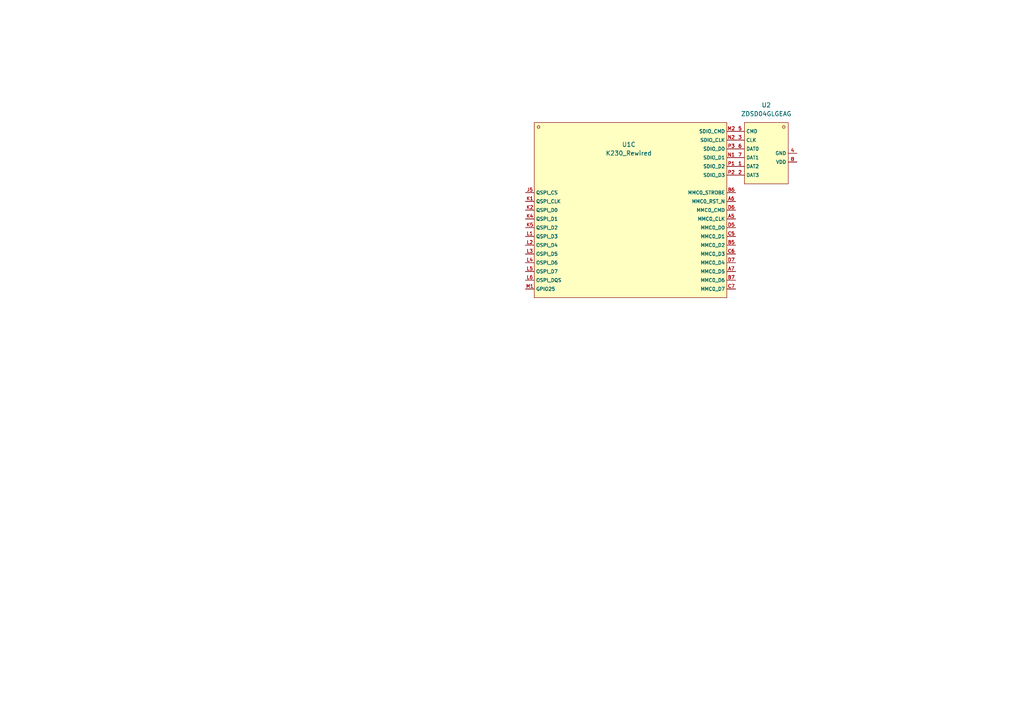
<source format=kicad_sch>
(kicad_sch (version 20250114) (generator "eeschema") (generator_version "9.0")
  (paper "A4")
  (lib_symbols
    (symbol "LCSC:K230_Rewired"
      (symbol "K230_Rewired_1_1"
        (rectangle (start -27.9401 63.5001) (end 27.9401 -63.5001) (fill (type background)))
        (circle (center -26.6701 62.2301) (radius 0.381) (fill (type background)))
        (pin unspecified line (at -30.48 59.69 0) (length 2.54) (name "USB0_TXRTUNE") (number "D4"))
        (pin unspecified line (at -30.48 57.15 0) (length 2.54) (name "USB0_VBUS") (number "C3"))
        (pin unspecified line (at -30.48 54.61 0) (length 2.54) (name "USB0_DP") (number "A2"))
        (pin unspecified line (at -30.48 52.07 0) (length 2.54) (name "USB0_DN") (number "B2"))
        (pin unspecified line (at -30.48 49.53 0) (length 2.54) (name "USB0_ID") (number "D3"))
        (pin unspecified line (at -30.48 44.45 0) (length 2.54) (name "USB1_TXRTUNE") (number "C4"))
        (pin unspecified line (at -30.48 41.91 0) (length 2.54) (name "USB1_VBUS") (number "A3"))
        (pin unspecified line (at -30.48 39.37 0) (length 2.54) (name "USB1_DP") (number "B4"))
        (pin unspecified line (at -30.48 36.83 0) (length 2.54) (name "USB1_DN") (number "A4"))
        (pin unspecified line (at -30.48 34.29 0) (length 2.54) (name "USB1_ID") (number "B3"))
        (pin unspecified line (at -30.48 25.4 0) (length 2.54) (name "CLK24M_XIN") (number "B8"))
        (pin unspecified line (at -30.48 22.86 0) (length 2.54) (name "CLK24M_XOUT") (number "A8"))
        (pin unspecified line (at -30.48 17.78 0) (length 2.54) (name "TEST_EN") (number "A9"))
        (pin unspecified line (at -30.48 -7.62 0) (length 2.54) (name "RSTN") (number "B9"))
        (pin unspecified line (at -30.48 -30.48 0) (length 2.54) (name "CLK32K768_XOUT") (number "A12"))
        (pin unspecified line (at -30.48 -33.02 0) (length 2.54) (name "CLK32K768_XIN") (number "B12"))
        (pin unspecified line (at -30.48 -38.1 0) (length 2.54) (name "INT0") (number "C10"))
        (pin unspecified line (at -30.48 -40.64 0) (length 2.54) (name "INT1") (number "B10"))
        (pin unspecified line (at -30.48 -43.18 0) (length 2.54) (name "INT2") (number "A10"))
        (pin unspecified line (at -30.48 -45.72 0) (length 2.54) (name "INT3") (number "A11"))
        (pin unspecified line (at -30.48 -48.26 0) (length 2.54) (name "INT4") (number "C12"))
        (pin unspecified line (at -30.48 -50.8 0) (length 2.54) (name "INT5") (number "D12"))
        (pin unspecified line (at -30.48 -54.61 0) (length 2.54) (name "OUT0") (number "B11"))
        (pin unspecified line (at -30.48 -57.15 0) (length 2.54) (name "OUT1") (number "C11"))
        (pin unspecified line (at 30.48 29.21 180) (length 2.54) (name "HPOUTR") (number "G2"))
        (pin unspecified line (at 30.48 26.67 180) (length 2.54) (name "HPOUTL") (number "G1"))
        (pin unspecified line (at 30.48 20.32 180) (length 2.54) (name "MIC_BIAS") (number "E3"))
        (pin unspecified line (at 30.48 17.78 180) (length 2.54) (name "MICNL") (number "E2"))
        (pin unspecified line (at 30.48 15.24 180) (length 2.54) (name "MICPL") (number "E1"))
        (pin unspecified line (at 30.48 10.16 180) (length 2.54) (name "CODEC_VCM") (number "F3"))
        (pin unspecified line (at 30.48 7.62 180) (length 2.54) (name "MICNR") (number "F2"))
        (pin unspecified line (at 30.48 5.08 180) (length 2.54) (name "MICPR") (number "F1"))
        (pin unspecified line (at 30.48 -17.78 180) (length 2.54) (name "ANA_TS_VTEST") (number "D8"))
        (pin unspecified line (at 30.48 -58.42 180) (length 2.54) (name "NC") (number "A20"))
      )
      (symbol "K230_Rewired_2_1"
        (rectangle (start -26.6701 64.7701) (end 26.6701 -64.7701) (fill (type background)))
        (circle (center -25.4001 63.5001) (radius 0.381) (fill (type background)))
        (pin unspecified line (at -29.21 62.23 0) (length 2.54) (name "GPIO0") (number "C8"))
        (pin unspecified line (at -29.21 59.69 0) (length 2.54) (name "GPIO1") (number "C9"))
        (pin unspecified line (at -29.21 57.15 0) (length 2.54) (name "GPIO2") (number "W15"))
        (pin unspecified line (at -29.21 54.61 0) (length 2.54) (name "GPIO3") (number "V15"))
        (pin unspecified line (at -29.21 52.07 0) (length 2.54) (name "GPIO4") (number "Y15"))
        (pin unspecified line (at -29.21 49.53 0) (length 2.54) (name "GPIO5") (number "U14"))
        (pin unspecified line (at -29.21 46.99 0) (length 2.54) (name "GPIO6") (number "V14"))
        (pin unspecified line (at -29.21 44.45 0) (length 2.54) (name "GPIO7") (number "W14"))
        (pin unspecified line (at -29.21 41.91 0) (length 2.54) (name "GPIO8") (number "U12"))
        (pin unspecified line (at -29.21 39.37 0) (length 2.54) (name "GPIO9") (number "T13"))
        (pin unspecified line (at -29.21 36.83 0) (length 2.54) (name "GPIO10") (number "U13"))
        (pin unspecified line (at -29.21 34.29 0) (length 2.54) (name "GPIO11") (number "Y14"))
        (pin unspecified line (at -29.21 31.75 0) (length 2.54) (name "GPIO12") (number "V13"))
        (pin unspecified line (at -29.21 29.21 0) (length 2.54) (name "GPIO13") (number "T12"))
        (pin unspecified line (at -29.21 -8.89 0) (length 2.54) (name "GPIO26") (number "U11"))
        (pin unspecified line (at -29.21 -11.43 0) (length 2.54) (name "GPIO27") (number "W13"))
        (pin unspecified line (at -29.21 -13.97 0) (length 2.54) (name "GPIO28") (number "V12"))
        (pin unspecified line (at -29.21 -16.51 0) (length 2.54) (name "GPIO29") (number "V11"))
        (pin unspecified line (at -29.21 -19.05 0) (length 2.54) (name "GPIO30") (number "V10"))
        (pin unspecified line (at -29.21 -21.59 0) (length 2.54) (name "GPIO31") (number "V9"))
        (pin unspecified line (at -29.21 -24.13 0) (length 2.54) (name "GPIO32") (number "U10"))
        (pin unspecified line (at -29.21 -26.67 0) (length 2.54) (name "GPIO33") (number "T11"))
        (pin unspecified line (at -29.21 -29.21 0) (length 2.54) (name "GPIO34") (number "U9"))
        (pin unspecified line (at -29.21 -31.75 0) (length 2.54) (name "GPIO35") (number "W12"))
        (pin unspecified line (at -29.21 -34.29 0) (length 2.54) (name "GPIO36") (number "T10"))
        (pin unspecified line (at -29.21 -36.83 0) (length 2.54) (name "GPIO37") (number "Y12"))
        (pin unspecified line (at -29.21 -39.37 0) (length 2.54) (name "GPIO38") (number "J4"))
        (pin unspecified line (at 29.21 62.23 180) (length 2.54) (name "ADC_0") (number "C2"))
        (pin unspecified line (at 29.21 59.69 180) (length 2.54) (name "ADC_1") (number "D2"))
        (pin unspecified line (at 29.21 57.15 180) (length 2.54) (name "ADC_2") (number "B1"))
        (pin unspecified line (at 29.21 54.61 180) (length 2.54) (name "ADC_3") (number "G3"))
        (pin unspecified line (at 29.21 52.07 180) (length 2.54) (name "ADC_4") (number "C1"))
        (pin unspecified line (at 29.21 49.53 180) (length 2.54) (name "ADC_5") (number "D1"))
        (pin unspecified line (at 29.21 44.45 180) (length 2.54) (name "GPIO63") (number "U15"))
        (pin unspecified line (at 29.21 41.91 180) (length 2.54) (name "GPIO62") (number "T14"))
        (pin unspecified line (at 29.21 39.37 180) (length 2.54) (name "GPIO61") (number "P4"))
        (pin unspecified line (at 29.21 36.83 180) (length 2.54) (name "GPIO60") (number "P5"))
        (pin unspecified line (at 29.21 19.05 180) (length 2.54) (name "GPIO53") (number "N4"))
        (pin unspecified line (at 29.21 16.51 180) (length 2.54) (name "GPIO52") (number "M3"))
        (pin unspecified line (at 29.21 13.97 180) (length 2.54) (name "GPIO51") (number "M4"))
        (pin unspecified line (at 29.21 11.43 180) (length 2.54) (name "GPIO50") (number "M5"))
        (pin unspecified line (at 29.21 8.89 180) (length 2.54) (name "GPIO49") (number "G5"))
        (pin unspecified line (at 29.21 6.35 180) (length 2.54) (name "GPIO48") (number "G4"))
        (pin unspecified line (at 29.21 3.81 180) (length 2.54) (name "GPIO47") (number "H5"))
        (pin unspecified line (at 29.21 1.27 180) (length 2.54) (name "GPIO46") (number "H4"))
        (pin unspecified line (at 29.21 -1.27 180) (length 2.54) (name "GPIO45") (number "H3"))
        (pin unspecified line (at 29.21 -3.81 180) (length 2.54) (name "GPIO44") (number "H2"))
        (pin unspecified line (at 29.21 -6.35 180) (length 2.54) (name "GPIO43") (number "J6"))
        (pin unspecified line (at 29.21 -8.89 180) (length 2.54) (name "GPIO42") (number "H1"))
        (pin unspecified line (at 29.21 -11.43 180) (length 2.54) (name "GPIO41") (number "J1"))
        (pin unspecified line (at 29.21 -13.97 180) (length 2.54) (name "GPIO40") (number "J2"))
        (pin unspecified line (at 29.21 -16.51 180) (length 2.54) (name "GPIO39") (number "J3"))
      )
      (symbol "K230_Rewired_3_1"
        (rectangle (start -27.9401 31.75) (end 27.9401 -19.05) (fill (type background)))
        (circle (center -26.67 30.48) (radius 0.381) (fill (type background)))
        (pin unspecified line (at -30.48 11.43 0) (length 2.54) (name "QSPI_CS") (number "J5"))
        (pin unspecified line (at -30.48 8.89 0) (length 2.54) (name "QSPI_CLK") (number "K1"))
        (pin unspecified line (at -30.48 6.35 0) (length 2.54) (name "QSPI_D0") (number "K2"))
        (pin unspecified line (at -30.48 3.81 0) (length 2.54) (name "QSPI_D1") (number "K4"))
        (pin unspecified line (at -30.48 1.27 0) (length 2.54) (name "QSPI_D2") (number "K5"))
        (pin unspecified line (at -30.48 -1.27 0) (length 2.54) (name "QSPI_D3") (number "L1"))
        (pin unspecified line (at -30.48 -3.81 0) (length 2.54) (name "OSPI_D4") (number "L2"))
        (pin unspecified line (at -30.48 -6.35 0) (length 2.54) (name "OSPI_D5") (number "L3"))
        (pin unspecified line (at -30.48 -8.89 0) (length 2.54) (name "OSPI_D6") (number "L4"))
        (pin unspecified line (at -30.48 -11.43 0) (length 2.54) (name "OSPI_D7") (number "L5"))
        (pin unspecified line (at -30.48 -13.97 0) (length 2.54) (name "OSPI_DQS") (number "L6"))
        (pin unspecified line (at -30.48 -16.51 0) (length 2.54) (name "GPIO25") (number "M1"))
        (pin unspecified line (at 30.48 29.21 180) (length 2.54) (name "SDIO_CMD") (number "M2"))
        (pin unspecified line (at 30.48 26.67 180) (length 2.54) (name "SDIO_CLK") (number "N2"))
        (pin unspecified line (at 30.48 24.13 180) (length 2.54) (name "SDIO_D0") (number "P3"))
        (pin unspecified line (at 30.48 21.59 180) (length 2.54) (name "SDIO_D1") (number "N1"))
        (pin unspecified line (at 30.48 19.05 180) (length 2.54) (name "SDIO_D2") (number "P1"))
        (pin unspecified line (at 30.48 16.51 180) (length 2.54) (name "SDIO_D3") (number "P2"))
        (pin unspecified line (at 30.48 11.43 180) (length 2.54) (name "MMC0_STROBE") (number "B6"))
        (pin unspecified line (at 30.48 8.89 180) (length 2.54) (name "MMC0_RST_N") (number "A6"))
        (pin unspecified line (at 30.48 6.35 180) (length 2.54) (name "MMC0_CMD") (number "D6"))
        (pin unspecified line (at 30.48 3.81 180) (length 2.54) (name "MMC0_CLK") (number "A5"))
        (pin unspecified line (at 30.48 1.27 180) (length 2.54) (name "MMC0_D0") (number "D5"))
        (pin unspecified line (at 30.48 -1.27 180) (length 2.54) (name "MMC0_D1") (number "C5"))
        (pin unspecified line (at 30.48 -3.81 180) (length 2.54) (name "MMC0_D2") (number "B5"))
        (pin unspecified line (at 30.48 -6.35 180) (length 2.54) (name "MMC0_D3") (number "C6"))
        (pin unspecified line (at 30.48 -8.89 180) (length 2.54) (name "MMC0_D4") (number "D7"))
        (pin unspecified line (at 30.48 -11.43 180) (length 2.54) (name "MMC0_D5") (number "A7"))
        (pin unspecified line (at 30.48 -13.97 180) (length 2.54) (name "MMC0_D6") (number "B7"))
        (pin unspecified line (at 30.48 -16.51 180) (length 2.54) (name "MMC0_D7") (number "C7"))
      )
      (symbol "K230_Rewired_4_1"
        (rectangle (start -27.9401 38.1) (end 27.9401 -38.1) (fill (type background)))
        (circle (center -26.6701 36.8301) (radius 0.381) (fill (type background)))
        (text "leave floating\n" (at -17.272 -12.7 0) (effects (font (size 0.635 0.635))))
        (text "200Ω (1%) resistor to ground" (at -12.192 -15.24 0) (effects (font (size 0.635 0.635))))
        (pin unspecified line (at -30.48 17.78 0) (length 2.54) (name "MIPI_TX0_CLK_N") (number "W9"))
        (pin unspecified line (at -30.48 15.24 0) (length 2.54) (name "MIPI_TX0_CLK_P") (number "Y9"))
        (pin unspecified line (at -30.48 12.7 0) (length 2.54) (name "MIPI_TX0_D0_N") (number "Y10"))
        (pin unspecified line (at -30.48 10.16 0) (length 2.54) (name "MIPI_TX0_D0_P") (number "W10"))
        (pin unspecified line (at -30.48 7.62 0) (length 2.54) (name "MIPI_TX0_D1_N") (number "W11"))
        (pin unspecified line (at -30.48 5.08 0) (length 2.54) (name "MIPI_TX0_D1_P") (number "Y11"))
        (pin unspecified line (at -30.48 0 0) (length 2.54) (name "MIPI_TX1_D2_N") (number "Y8"))
        (pin unspecified line (at -30.48 -2.54 0) (length 2.54) (name "MIPI_TX1_D2_P") (number "W8"))
        (pin unspecified line (at -30.48 -5.08 0) (length 2.54) (name "MIPI_TX1_D3_N") (number "W7"))
        (pin unspecified line (at -30.48 -7.62 0) (length 2.54) (name "MIPI_TX1_D3_P") (number "Y7"))
        (pin unspecified line (at -30.48 -12.7 0) (length 2.54) (name "MIPI_ATB") (number "U6"))
        (pin unspecified line (at -30.48 -15.24 0) (length 2.54) (name "MIPI_REXT") (number "U7"))
        (pin unspecified line (at 30.48 31.75 180) (length 2.54) (name "NC") (number "Y20"))
        (pin unspecified line (at 30.48 29.21 180) (length 2.54) (name "NC") (number "Y1"))
        (pin unspecified line (at 30.48 24.13 180) (length 2.54) (name "MIPI_RX0_CLK_N") (number "Y2"))
        (pin unspecified line (at 30.48 21.59 180) (length 2.54) (name "MIPI_RX0_CLK_P") (number "W2"))
        (pin unspecified line (at 30.48 19.05 180) (length 2.54) (name "MIPI_RX0_D0_N") (number "W3"))
        (pin unspecified line (at 30.48 16.51 180) (length 2.54) (name "MIPI_RX0_D0_P") (number "Y3"))
        (pin unspecified line (at 30.48 13.97 180) (length 2.54) (name "MIPI_RX0_D1_N") (number "V1"))
        (pin unspecified line (at 30.48 11.43 180) (length 2.54) (name "MIPI_RX0_D1_P") (number "V2"))
        (pin unspecified line (at 30.48 6.35 180) (length 2.54) (name "MIPI_RX1_CLK_N") (number "W5"))
        (pin unspecified line (at 30.48 3.81 180) (length 2.54) (name "MIPI_RX1_CLK_P") (number "Y5"))
        (pin unspecified line (at 30.48 1.27 180) (length 2.54) (name "MIPI_RX1_D2_N") (number "Y4"))
        (pin unspecified line (at 30.48 -1.27 180) (length 2.54) (name "MIPI_RX1_D2_P") (number "W4"))
        (pin unspecified line (at 30.48 -3.81 180) (length 2.54) (name "MIPI_RX1_D3_N") (number "W6"))
        (pin unspecified line (at 30.48 -6.35 180) (length 2.54) (name "MIPI_RX1_D3_P") (number "Y6"))
        (pin unspecified line (at 30.48 -11.43 180) (length 2.54) (name "MIPI_RX2_CLK_N") (number "R2"))
        (pin unspecified line (at 30.48 -13.97 180) (length 2.54) (name "MIPI_RX2_CLK_P") (number "R1"))
        (pin unspecified line (at 30.48 -16.51 180) (length 2.54) (name "MIPI_RX2_D4_N") (number "T1"))
        (pin unspecified line (at 30.48 -19.05 180) (length 2.54) (name "MIPI_RX2_D4_P") (number "T2"))
        (pin unspecified line (at 30.48 -21.59 180) (length 2.54) (name "MIPI_RX2_D5_N") (number "U2"))
        (pin unspecified line (at 30.48 -24.13 180) (length 2.54) (name "MIPI_RX2_D5_P") (number "U1"))
      )
      (symbol "K230_Rewired_5_1"
        (rectangle (start -27.9401 63.5001) (end 27.9401 -63.5001) (fill (type background)))
        (pin unspecified line (at -30.48 57.15 0) (length 2.54) (name "DDR_ZN") (number "K19"))
        (pin unspecified line (at -30.48 52.07 0) (length 2.54) (name "DDR_CKE1_CKEA1") (number "P18"))
        (pin unspecified line (at -30.48 49.53 0) (length 2.54) (name "DDR_CKE0_CKEA0") (number "N17"))
        (pin unspecified line (at -30.48 46.99 0) (length 2.54) (name "DDR_CKP_CKAP") (number "R19"))
        (pin unspecified line (at -30.48 44.45 0) (length 2.54) (name "DDR_CKN_CKAN") (number "R20"))
        (pin unspecified line (at -30.48 41.91 0) (length 2.54) (name "DDR_DQS3N_DQSA0N") (number "Y17"))
        (pin unspecified line (at -30.48 39.37 0) (length 2.54) (name "DDR_DQS3P_DQSA0P") (number "W17"))
        (pin unspecified line (at -30.48 36.83 0) (length 2.54) (name "DDR_DQS2N_DQSB1N") (number "A15"))
        (pin unspecified line (at -30.48 34.29 0) (length 2.54) (name "DDR_DQS2P_DQSB1P") (number "B15"))
        (pin unspecified line (at -30.48 31.75 0) (length 2.54) (name "DDR_DQS1N_DQSA1N") (number "V19"))
        (pin unspecified line (at -30.48 29.21 0) (length 2.54) (name "DDR_DQS1P_DQSA1P") (number "V20"))
        (pin unspecified line (at -30.48 26.67 0) (length 2.54) (name "DDR_DQS0N_DQSB0N") (number "A18"))
        (pin unspecified line (at -30.48 24.13 0) (length 2.54) (name "DDR_DQS0P_DQSB0P") (number "B18"))
        (pin unspecified line (at -30.48 19.05 0) (length 2.54) (name "DDR_DQ31_DQA0") (number "U16"))
        (pin unspecified line (at -30.48 16.51 0) (length 2.54) (name "DDR_DQ30_DQA1") (number "T16"))
        (pin unspecified line (at -30.48 13.97 0) (length 2.54) (name "DDR_DQ29_DQA7") (number "U17"))
        (pin unspecified line (at -30.48 11.43 0) (length 2.54) (name "DDR_DQ28_DQA6") (number "Y18"))
        (pin unspecified line (at -30.48 8.89 0) (length 2.54) (name "DDR_DQ27_DQA3") (number "Y16"))
        (pin unspecified line (at -30.48 6.35 0) (length 2.54) (name "DDR_DQ26_DQA2") (number "V16"))
        (pin unspecified line (at -30.48 3.81 0) (length 2.54) (name "DDR_DQ25_DQA5") (number "V18"))
        (pin unspecified line (at -30.48 1.27 0) (length 2.54) (name "DDR_DQ24_DQA4") (number "W18"))
        (pin unspecified line (at -30.48 -1.27 0) (length 2.54) (name "DDR_DQ23_DQB15") (number "B16"))
        (pin unspecified line (at -30.48 -3.81 0) (length 2.54) (name "DDR_DQ22_DQB12") (number "B17"))
        (pin unspecified line (at -30.48 -6.35 0) (length 2.54) (name "DDR_DQ21_DQB9") (number "A14"))
        (pin unspecified line (at -30.48 -8.89 0) (length 2.54) (name "DDR_DQ20_DQB8") (number "D14"))
        (pin unspecified line (at -30.48 -11.43 0) (length 2.54) (name "DDR_DQ19_DQB14") (number "A17"))
        (pin unspecified line (at -30.48 -13.97 0) (length 2.54) (name "DDR_DQ18_DQB13") (number "C16"))
        (pin unspecified line (at -30.48 -16.51 0) (length 2.54) (name "DDR_DQ17_DQB10") (number "B14"))
        (pin unspecified line (at -30.48 -19.05 0) (length 2.54) (name "DDR_DQ16_DQB11") (number "C14"))
        (pin unspecified line (at -30.48 -21.59 0) (length 2.54) (name "DDR_DQ15_DQA15") (number "T17"))
        (pin unspecified line (at -30.48 -24.13 0) (length 2.54) (name "DDR_DQ14_DQA13") (number "U18"))
        (pin unspecified line (at -30.48 -26.67 0) (length 2.54) (name "DDR_DQ13_DQA11") (number "U20"))
        (pin unspecified line (at -30.48 -29.21 0) (length 2.54) (name "DDR_DQ12_DQA9") (number "T18"))
        (pin unspecified line (at -30.48 -31.75 0) (length 2.54) (name "DDR_DQ11_DQA12") (number "W19"))
        (pin unspecified line (at -30.48 -34.29 0) (length 2.54) (name "DDR_DQ10_DQA8") (number "R17"))
        (pin unspecified line (at -30.48 -36.83 0) (length 2.54) (name "DDR_DQ9_DQA14") (number "P16"))
        (pin unspecified line (at -30.48 -39.37 0) (length 2.54) (name "DDR_DQ8_DQA10") (number "R18"))
        (pin unspecified line (at -30.48 -41.91 0) (length 2.54) (name "DDR_DQ7_DQB6") (number "C19"))
        (pin unspecified line (at -30.48 -44.45 0) (length 2.54) (name "DDR_DQ6_DQB7") (number "B19"))
        (pin unspecified line (at -30.48 -46.99 0) (length 2.54) (name "DDR_DQ5_DQB3") (number "E17"))
        (pin unspecified line (at -30.48 -49.53 0) (length 2.54) (name "DDR_DQ4_DQB2") (number "E18"))
        (pin unspecified line (at -30.48 -52.07 0) (length 2.54) (name "DDR_DQ3_DQB5") (number "C18"))
        (pin unspecified line (at -30.48 -54.61 0) (length 2.54) (name "DDR_DQ2_DQB0") (number "D17"))
        (pin unspecified line (at -30.48 -57.15 0) (length 2.54) (name "DDR_DQ1_DQB1") (number "D16"))
        (pin unspecified line (at -30.48 -59.69 0) (length 2.54) (name "DDR_DQ0_DQB4") (number "C17"))
        (pin unspecified line (at 30.48 52.07 180) (length 2.54) (name "DDR_NC_CAB0") (number "E20"))
        (pin unspecified line (at 30.48 49.53 180) (length 2.54) (name "DDR_NC_CKBP") (number "G20"))
        (pin unspecified line (at 30.48 46.99 180) (length 2.54) (name "DDR_NC_CAB1") (number "G19"))
        (pin unspecified line (at 30.48 44.45 180) (length 2.54) (name "DDR_NC_CAB2") (number "G18"))
        (pin unspecified line (at 30.48 41.91 180) (length 2.54) (name "DDR_NC_NC") (number "G17"))
        (pin unspecified line (at 30.48 39.37 180) (length 2.54) (name "DDR_NC_CKBN") (number "F20"))
        (pin unspecified line (at 30.48 36.83 180) (length 2.54) (name "DDR_NC_CAB5") (number "F19"))
        (pin unspecified line (at 30.48 34.29 180) (length 2.54) (name "DDR_NC_NC") (number "F18"))
        (pin unspecified line (at 30.48 31.75 180) (length 2.54) (name "DDR_NC_CAB4") (number "F17"))
        (pin unspecified line (at 30.48 29.21 180) (length 2.54) (name "DDR_NC_NC") (number "H19"))
        (pin unspecified line (at 30.48 26.67 180) (length 2.54) (name "DDR_NC_NC") (number "H18"))
        (pin unspecified line (at 30.48 24.13 180) (length 2.54) (name "DDR_NC_CAB3") (number "H17"))
        (pin unspecified line (at 30.48 21.59 180) (length 2.54) (name "DDR_NC_NC") (number "D20"))
        (pin unspecified line (at 30.48 19.05 180) (length 2.54) (name "DDR_NC_NC") (number "D19"))
        (pin unspecified line (at 30.48 16.51 180) (length 2.54) (name "DDR_NC_CSB0") (number "J20"))
        (pin unspecified line (at 30.48 13.97 180) (length 2.54) (name "DDR_NC_CSB1") (number "J19"))
        (pin unspecified line (at 30.48 11.43 180) (length 2.54) (name "DDR_NC_CKEB0") (number "J18"))
        (pin unspecified line (at 30.48 8.89 180) (length 2.54) (name "DDR_NC_CKEB1") (number "J17"))
        (pin unspecified line (at 30.48 6.35 180) (length 2.54) (name "DDR_NC_NC") (number "M17"))
        (pin unspecified line (at 30.48 3.81 180) (length 2.54) (name "DDR_NC_NC") (number "C20"))
        (pin unspecified line (at 30.48 1.27 180) (length 2.54) (name "DDR_NC_NC") (number "N18"))
        (pin unspecified line (at 30.48 -5.08 180) (length 2.54) (name "DDR_CA9_CAA5") (number "P19"))
        (pin unspecified line (at 30.48 -7.62 180) (length 2.54) (name "DDR_CA8_CAA4") (number "M18"))
        (pin unspecified line (at 30.48 -10.16 180) (length 2.54) (name "DDR_CA7_CAA3") (number "N20"))
        (pin unspecified line (at 30.48 -12.7 180) (length 2.54) (name "DDR_CA6_CAA2") (number "N19"))
        (pin unspecified line (at 30.48 -15.24 180) (length 2.54) (name "DDR_CA5_CAA1") (number "L16"))
        (pin unspecified line (at 30.48 -17.78 180) (length 2.54) (name "DDR_CA4_CAA0") (number "M19"))
        (pin unspecified line (at 30.48 -20.32 180) (length 2.54) (name "DDR_CA3_NC") (number "L17"))
        (pin unspecified line (at 30.48 -22.86 180) (length 2.54) (name "DDR_CA2_NA") (number "M20"))
        (pin unspecified line (at 30.48 -25.4 180) (length 2.54) (name "DDR_CA1_NC") (number "L20"))
        (pin unspecified line (at 30.48 -27.94 180) (length 2.54) (name "DDR_CA0_NC") (number "K20"))
        (pin unspecified line (at 30.48 -33.02 180) (length 2.54) (name "DDR_DM0_DMIB0") (number "D18"))
        (pin unspecified line (at 30.48 -35.56 180) (length 2.54) (name "DDR_DM1_DMIA1") (number "P17"))
        (pin unspecified line (at 30.48 -38.1 180) (length 2.54) (name "DDR_DM2_DMIB1") (number "C15"))
        (pin unspecified line (at 30.48 -40.64 180) (length 2.54) (name "DDR_DM3_DMIA0") (number "V17"))
        (pin unspecified line (at 30.48 -44.45 180) (length 2.54) (name "DDR_CS1_CSA1") (number "T19"))
        (pin unspecified line (at 30.48 -46.99 180) (length 2.54) (name "DDR_CS0_CSA0") (number "T20"))
        (pin unspecified line (at 30.48 -52.07 180) (length 2.54) (name "DDR_ODT_NC") (number "L18"))
        (pin unspecified line (at 30.48 -57.15 180) (length 2.54) (name "DDR_RESET") (number "J16"))
        (pin unspecified line (at 30.48 -60.96 180) (length 2.54) (name "DDR_VREF") (number "K17"))
      )
      (symbol "K230_Rewired_6_1"
        (rectangle (start -27.9401 63.5001) (end 27.9401 -63.5001) (fill (type background)))
        (pin unspecified line (at -30.48 62.23 0) (length 2.54) (name "AVSS") (number "F11"))
        (pin unspecified line (at -30.48 59.69 0) (length 2.54) (name "AVSS") (number "G7"))
        (pin unspecified line (at -30.48 57.15 0) (length 2.54) (name "AVSS") (number "G8"))
        (pin unspecified line (at -30.48 52.07 0) (length 2.54) (name "VSS") (number "T7"))
        (pin unspecified line (at -30.48 49.53 0) (length 2.54) (name "VSS") (number "F6"))
        (pin unspecified line (at -30.48 46.99 0) (length 2.54) (name "VSS") (number "T8"))
        (pin unspecified line (at -30.48 44.45 0) (length 2.54) (name "VSS") (number "T9"))
        (pin unspecified line (at -30.48 41.91 0) (length 2.54) (name "VSS") (number "L7"))
        (pin unspecified line (at -30.48 39.37 0) (length 2.54) (name "VSS") (number "L8"))
        (pin unspecified line (at -30.48 36.83 0) (length 2.54) (name "VSS") (number "L10"))
        (pin unspecified line (at -30.48 34.29 0) (length 2.54) (name "VSS") (number "L12"))
        (pin unspecified line (at -30.48 31.75 0) (length 2.54) (name "VSS") (number "A13"))
        (pin unspecified line (at -30.48 29.21 0) (length 2.54) (name "VSS") (number "T15"))
        (pin unspecified line (at -30.48 26.67 0) (length 2.54) (name "VSS") (number "A16"))
        (pin unspecified line (at -30.48 26.67 0) (length 2.54) (name "VSS") (number "L15"))
        (pin unspecified line (at -30.48 24.13 0) (length 2.54) (name "VSS") (number "F16"))
        (pin unspecified line (at -30.48 21.59 0) (length 2.54) (name "VSS") (number "A19"))
        (pin unspecified line (at -30.48 19.05 0) (length 2.54) (name "VSS") (number "L19"))
        (pin unspecified line (at -30.48 16.51 0) (length 2.54) (name "VSS") (number "U3"))
        (pin unspecified line (at -30.48 13.97 0) (length 2.54) (name "VSS") (number "U8"))
        (pin unspecified line (at -30.48 11.43 0) (length 2.54) (name "VSS") (number "G6"))
        (pin unspecified line (at -30.48 8.89 0) (length 2.54) (name "VSS") (number "M6"))
        (pin unspecified line (at -30.48 6.35 0) (length 2.54) (name "VSS") (number "M8"))
        (pin unspecified line (at -30.48 3.81 0) (length 2.54) (name "VSS") (number "M10"))
        (pin unspecified line (at -30.48 1.27 0) (length 2.54) (name "VSS") (number "G13"))
        (pin unspecified line (at -30.48 -1.27 0) (length 2.54) (name "VSS") (number "F4"))
        (pin unspecified line (at -30.48 -3.81 0) (length 2.54) (name "VSS") (number "T3"))
        (pin unspecified line (at -30.48 -6.35 0) (length 2.54) (name "VSS") (number "G14"))
        (pin unspecified line (at -30.48 -8.89 0) (length 2.54) (name "VSS") (number "G15"))
        (pin unspecified line (at -30.48 -11.43 0) (length 2.54) (name "VSS") (number "U19"))
        (pin unspecified line (at -30.48 -13.97 0) (length 2.54) (name "VSS") (number "G16"))
        (pin unspecified line (at -30.48 -16.51 0) (length 2.54) (name "VSS") (number "M15"))
        (pin unspecified line (at -30.48 -19.05 0) (length 2.54) (name "VSS") (number "M16"))
        (pin unspecified line (at -30.48 -21.59 0) (length 2.54) (name "VSS") (number "V3"))
        (pin unspecified line (at -30.48 -24.13 0) (length 2.54) (name "VSS") (number "B20"))
        (pin unspecified line (at -30.48 -26.67 0) (length 2.54) (name "VSS") (number "V4"))
        (pin unspecified line (at -30.48 -29.21 0) (length 2.54) (name "VSS") (number "V5"))
        (pin unspecified line (at -30.48 -31.75 0) (length 2.54) (name "VSS") (number "V6"))
        (pin unspecified line (at -30.48 -34.29 0) (length 2.54) (name "VSS") (number "V7"))
        (pin unspecified line (at -30.48 -36.83 0) (length 2.54) (name "VSS") (number "N3"))
        (pin unspecified line (at -30.48 -39.37 0) (length 2.54) (name "VSS") (number "V8"))
        (pin unspecified line (at -30.48 -41.91 0) (length 2.54) (name "VSS") (number "N5"))
        (pin unspecified line (at -30.48 -44.45 0) (length 2.54) (name "VSS") (number "H7"))
        (pin unspecified line (at -30.48 -46.99 0) (length 2.54) (name "VSS") (number "N8"))
        (pin unspecified line (at -30.48 -49.53 0) (length 2.54) (name "VSS") (number "H11"))
        (pin unspecified line (at -30.48 -52.07 0) (length 2.54) (name "VSS") (number "Y13"))
        (pin unspecified line (at -30.48 -54.61 0) (length 2.54) (name "VSS") (number "K12"))
        (pin unspecified line (at -30.48 -57.15 0) (length 2.54) (name "VSS") (number "K14"))
        (pin unspecified line (at -30.48 -59.69 0) (length 2.54) (name "VSS") (number "K16"))
        (pin unspecified line (at -30.48 -62.23 0) (length 2.54) (name "VSS") (number "F10"))
        (pin unspecified line (at 30.48 62.23 180) (length 2.54) (name "VSS") (number "B13"))
        (pin unspecified line (at 30.48 59.69 180) (length 2.54) (name "VSS") (number "E19"))
        (pin unspecified line (at 30.48 57.15 180) (length 2.54) (name "VSS") (number "Y19"))
        (pin unspecified line (at 30.48 54.61 180) (length 2.54) (name "VSS") (number "K18"))
        (pin unspecified line (at 30.48 52.07 180) (length 2.54) (name "VSS") (number "E16"))
        (pin unspecified line (at 30.48 52.07 180) (length 2.54) (name "VSS") (number "R16"))
        (pin unspecified line (at 30.48 49.53 180) (length 2.54) (name "VSS") (number "E15"))
        (pin unspecified line (at 30.48 46.99 180) (length 2.54) (name "VSS") (number "E14"))
        (pin unspecified line (at 30.48 46.99 180) (length 2.54) (name "VSS") (number "R14"))
        (pin unspecified line (at 30.48 44.45 180) (length 2.54) (name "VSS") (number "E13"))
        (pin unspecified line (at 30.48 41.91 180) (length 2.54) (name "VSS") (number "E12"))
        (pin unspecified line (at 30.48 41.91 180) (length 2.54) (name "VSS") (number "R12"))
        (pin unspecified line (at 30.48 39.37 180) (length 2.54) (name "VSS") (number "R10"))
        (pin unspecified line (at 30.48 36.83 180) (length 2.54) (name "VSS") (number "K10"))
        (pin unspecified line (at 30.48 34.29 180) (length 2.54) (name "VSS") (number "E8"))
        (pin unspecified line (at 30.48 31.75 180) (length 2.54) (name "VSS") (number "K8"))
        (pin unspecified line (at 30.48 29.21 180) (length 2.54) (name "VSS") (number "R7"))
        (pin unspecified line (at 30.48 26.67 180) (length 2.54) (name "VSS") (number "E7"))
        (pin unspecified line (at 30.48 24.13 180) (length 2.54) (name "VSS") (number "R6"))
        (pin unspecified line (at 30.48 21.59 180) (length 2.54) (name "VSS") (number "E6"))
        (pin unspecified line (at 30.48 19.05 180) (length 2.54) (name "VSS") (number "K6"))
        (pin unspecified line (at 30.48 16.51 180) (length 2.54) (name "VSS") (number "R3"))
        (pin unspecified line (at 30.48 13.97 180) (length 2.54) (name "VSS") (number "E4"))
        (pin unspecified line (at 30.48 11.43 180) (length 2.54) (name "VSS") (number "K3"))
        (pin unspecified line (at 30.48 8.89 180) (length 2.54) (name "VSS") (number "P20"))
        (pin unspecified line (at 30.48 6.35 180) (length 2.54) (name "VSS") (number "W20"))
        (pin unspecified line (at 30.48 3.81 180) (length 2.54) (name "VSS") (number "P15"))
        (pin unspecified line (at 30.48 1.27 180) (length 2.54) (name "VSS") (number "P14"))
        (pin unspecified line (at 30.48 -1.27 180) (length 2.54) (name "VSS") (number "D15"))
        (pin unspecified line (at 30.48 -3.81 180) (length 2.54) (name "VSS") (number "W16"))
        (pin unspecified line (at 30.48 -6.35 180) (length 2.54) (name "VSS") (number "J15"))
        (pin unspecified line (at 30.48 -8.89 180) (length 2.54) (name "VSS") (number "P12"))
        (pin unspecified line (at 30.48 -11.43 180) (length 2.54) (name "VSS") (number "D13"))
        (pin unspecified line (at 30.48 -13.97 180) (length 2.54) (name "VSS") (number "J13"))
        (pin unspecified line (at 30.48 -16.51 180) (length 2.54) (name "VSS") (number "P10"))
        (pin unspecified line (at 30.48 -19.05 180) (length 2.54) (name "VSS") (number "D11"))
        (pin unspecified line (at 30.48 -21.59 180) (length 2.54) (name "VSS") (number "D10"))
        (pin unspecified line (at 30.48 -24.13 180) (length 2.54) (name "VSS") (number "J11"))
        (pin unspecified line (at 30.48 -26.67 180) (length 2.54) (name "VSS") (number "P8"))
        (pin unspecified line (at 30.48 -29.21 180) (length 2.54) (name "VSS") (number "D9"))
        (pin unspecified line (at 30.48 -31.75 180) (length 2.54) (name "VSS") (number "P7"))
        (pin unspecified line (at 30.48 -34.29 180) (length 2.54) (name "VSS") (number "P6"))
        (pin unspecified line (at 30.48 -36.83 180) (length 2.54) (name "VSS") (number "J7"))
        (pin unspecified line (at 30.48 -39.37 180) (length 2.54) (name "VSS") (number "H20"))
        (pin unspecified line (at 30.48 -41.91 180) (length 2.54) (name "VSS") (number "W1"))
        (pin unspecified line (at 30.48 -44.45 180) (length 2.54) (name "VSS") (number "N16"))
        (pin unspecified line (at 30.48 -46.99 180) (length 2.54) (name "VSS") (number "N15"))
        (pin unspecified line (at 30.48 -49.53 180) (length 2.54) (name "VSS") (number "H16"))
        (pin unspecified line (at 30.48 -52.07 180) (length 2.54) (name "VSS") (number "H15"))
        (pin unspecified line (at 30.48 -54.61 180) (length 2.54) (name "VSS") (number "C13"))
        (pin unspecified line (at 30.48 -54.61 180) (length 2.54) (name "VSS") (number "N12"))
        (pin unspecified line (at 30.48 -57.15 180) (length 2.54) (name "VSS") (number "H13"))
        (pin unspecified line (at 30.48 -59.69 180) (length 2.54) (name "VSS") (number "N10"))
        (pin unspecified line (at 30.48 -62.23 180) (length 2.54) (name "VSS") (number "M12"))
      )
      (symbol "K230_Rewired_7_1"
        (rectangle (start -27.9401 50.8) (end 27.9401 -50.8) (fill (type background)))
        (pin unspecified line (at -30.48 41.91 0) (length 2.54) (name "AVDD1P8_MIPI") (number "N7"))
        (pin unspecified line (at -30.48 39.37 0) (length 2.54) (name "AVDD1P8_MIPI") (number "R9"))
        (pin unspecified line (at -30.48 34.29 0) (length 2.54) (name "AVDD1P8_CODEC") (number "F7"))
        (pin unspecified line (at -30.48 31.75 0) (length 2.54) (name "AVDD1P8_USB") (number "F9"))
        (pin unspecified line (at -30.48 26.67 0) (length 2.54) (name "AVDD1P8_ADC") (number "F8"))
        (pin unspecified line (at -30.48 21.59 0) (length 2.54) (name "VDD1P8") (number "E11"))
        (pin unspecified line (at -30.48 19.05 0) (length 2.54) (name "VDD1P8") (number "F13"))
        (pin unspecified line (at -30.48 13.97 0) (length 2.54) (name "AVDD1P8_LDO") (number "F14"))
        (pin unspecified line (at -30.48 11.43 0) (length 2.54) (name "AVDD1P8_RTC") (number "F15"))
        (pin unspecified line (at -30.48 8.89 0) (length 2.54) (name "AVDD0P8_PLL") (number "G11"))
        (pin unspecified line (at -30.48 3.81 0) (length 2.54) (name "VDD1P1_DDR_IO") (number "H14"))
        (pin unspecified line (at -30.48 1.27 0) (length 2.54) (name "VDD1P1_DDR_IO") (number "J14"))
        (pin unspecified line (at -30.48 -1.27 0) (length 2.54) (name "VDD1P1_DDR_IO") (number "N14"))
        (pin unspecified line (at -30.48 -3.81 0) (length 2.54) (name "VDD1P1_DDR_IO") (number "M14"))
        (pin unspecified line (at -30.48 -6.35 0) (length 2.54) (name "VDD1P1_DDR_IO") (number "L14"))
        (pin unspecified line (at -30.48 -8.89 0) (length 2.54) (name "VDDIO3P3_5") (number "R15"))
        (pin unspecified line (at -30.48 -11.43 0) (length 2.54) (name "VDDIO3P3_4") (number "M7"))
        (pin unspecified line (at -30.48 -13.97 0) (length 2.54) (name "VDDIO3P3_3") (number "H6"))
        (pin unspecified line (at -30.48 -19.05 0) (length 2.54) (name "VDDIO3P3_2") (number "R11"))
        (pin unspecified line (at -30.48 -21.59 0) (length 2.54) (name "VDDIO3P3_1") (number "K7"))
        (pin unspecified line (at -30.48 -24.13 0) (length 2.54) (name "VDDIO3P3_0") (number "R13"))
        (pin unspecified line (at -30.48 -29.21 0) (length 2.54) (name "AVDD3P3_USB") (number "E9"))
        (pin unspecified line (at -30.48 -34.29 0) (length 2.54) (name "VDD3P3_SD") (number "E10"))
        (pin unspecified line (at -30.48 -39.37 0) (length 2.54) (name "VAA_DDR") (number "K15"))
        (pin unspecified line (at 30.48 41.91 180) (length 2.54) (name "VDD0P8_CORE") (number "K9"))
        (pin unspecified line (at 30.48 39.37 180) (length 2.54) (name "VDD0P8_CORE") (number "K11"))
        (pin unspecified line (at 30.48 36.83 180) (length 2.54) (name "VDD0P8_CORE") (number "P13"))
        (pin unspecified line (at 30.48 34.29 180) (length 2.54) (name "VDD0P8_CORE") (number "P11"))
        (pin unspecified line (at 30.48 31.75 180) (length 2.54) (name "VDD0P8_CORE") (number "P9"))
        (pin unspecified line (at 30.48 29.21 180) (length 2.54) (name "VDD0P8_CORE") (number "N9"))
        (pin unspecified line (at 30.48 26.67 180) (length 2.54) (name "VDD0P8_CORE") (number "M9"))
        (pin unspecified line (at 30.48 24.13 180) (length 2.54) (name "VDD0P8_CORE") (number "G10"))
        (pin unspecified line (at 30.48 21.59 180) (length 2.54) (name "VDD0P8_CORE") (number "G9"))
        (pin unspecified line (at 30.48 19.05 180) (length 2.54) (name "VDD0P8_CORE") (number "L11"))
        (pin unspecified line (at 30.48 16.51 180) (length 2.54) (name "VDD0P8_CORE") (number "F12"))
        (pin unspecified line (at 30.48 13.97 180) (length 2.54) (name "VDD0P8_CORE") (number "L9"))
        (pin unspecified line (at 30.48 11.43 180) (length 2.54) (name "VDD0P8_CORE") (number "M11"))
        (pin unspecified line (at 30.48 8.89 180) (length 2.54) (name "VDD0P8_CORE") (number "N11"))
        (pin unspecified line (at 30.48 3.81 180) (length 2.54) (name "VDD0P8_CPU") (number "H12"))
        (pin unspecified line (at 30.48 1.27 180) (length 2.54) (name "VDD0P8_CPU") (number "G12"))
        (pin unspecified line (at 30.48 -1.27 180) (length 2.54) (name "VDD0P8_CPU") (number "J12"))
        (pin unspecified line (at 30.48 -6.35 180) (length 2.54) (name "VDD0P8_KPU") (number "J10"))
        (pin unspecified line (at 30.48 -8.89 180) (length 2.54) (name "VDD0P8_KPU") (number "J9"))
        (pin unspecified line (at 30.48 -11.43 180) (length 2.54) (name "VDD0P8_KPU") (number "J8"))
        (pin unspecified line (at 30.48 -13.97 180) (length 2.54) (name "VDD0P8_KPU") (number "H10"))
        (pin unspecified line (at 30.48 -16.51 180) (length 2.54) (name "VDD0P8_KPU") (number "H9"))
        (pin unspecified line (at 30.48 -19.05 180) (length 2.54) (name "VDD0P8_KPU") (number "H8"))
        (pin unspecified line (at 30.48 -24.13 180) (length 2.54) (name "VDD0P8_DDR_CORE") (number "M13"))
        (pin unspecified line (at 30.48 -26.67 180) (length 2.54) (name "VDD0P8_DDR_CORE") (number "L13"))
        (pin unspecified line (at 30.48 -29.21 180) (length 2.54) (name "VDD0P8_DDR_CORE") (number "N13"))
        (pin unspecified line (at 30.48 -31.75 180) (length 2.54) (name "VDD0P8_DDR_CORE") (number "K13"))
        (pin unspecified line (at 30.48 -36.83 180) (length 2.54) (name "AVDD0P8_MIPI") (number "R8"))
        (pin unspecified line (at 30.48 -39.37 180) (length 2.54) (name "AVDD0P8_MIPI") (number "N6"))
      )
    )
    (symbol "LCSC:ZDSD04GLGEAG"
      (property "Reference" "U2" (at 0.254 14.478 0))
      (property "Value" "ZDSD04GLGEAG" (at 0.254 11.938 0))
      (symbol "ZDSD04GLGEAG_0_1"
        (rectangle (start -6.35 10.16) (end 6.35 -7.62) (fill (type background)))
        (circle (center -5.08 8.89) (radius 0.381) (fill (type background)))
        (pin unspecified line (at -8.89 1.27 0) (length 2.54) (name "GND") (number "4"))
        (pin unspecified line (at -8.89 -1.27 0) (length 2.54) (name "VDD") (number "8"))
        (pin unspecified line (at 8.89 7.62 180) (length 2.54) (name "CMD") (number "5"))
        (pin unspecified line (at 8.89 5.08 180) (length 2.54) (name "CLK") (number "3"))
        (pin unspecified line (at 8.89 2.54 180) (length 2.54) (name "DAT0") (number "6"))
        (pin unspecified line (at 8.89 0 180) (length 2.54) (name "DAT1") (number "7"))
        (pin unspecified line (at 8.89 -2.54 180) (length 2.54) (name "DAT2") (number "1"))
        (pin unspecified line (at 8.89 -5.08 180) (length 2.54) (name "DAT3") (number "2"))
      )
    )
  )
  (symbol (lib_id "LCSC:ZDSD04GLGEAG") (at 222.25 45.72 0) (mirror y) (unit 1)
    (property "Reference" "U2" (at 222.25 30.48 0))
    (property "Value" "ZDSD04GLGEAG" (at 222.25 33.02 0))
    (property "Footprint" "footprints:LGA-8_L8.0-W6.0-P1.27-TL-1" (effects (hide yes)))
    (property "Datasheet" "https://cdn.infinigo.com/pdf/3612a4a4-d947-4856-b8b5-7c68681dffae.pdf" (effects (hide yes)))
    (property "LCSC" "C2875854" (effects (hide yes)))
  )
  (symbol (lib_id "LCSC:K230_Rewired") (at 182.88 67.31 0) (unit 3)
    (property "Reference" "U1" (at 182.372 41.91 0))
    (property "Value" "K230_Rewired" (at 182.372 44.45 0))
    (property "Footprint" "footprints:BGA-390_L13.0-W13.0-P0.65-TL_C9900054646" (effects (hide yes)))
    (property "Datasheet" "https://img.jlc.com/pdf/applyPasteComponent/2023-07-28/443236C/ff66d85831064c6c99f6af001cc66cad/K230_UnSiP_PO-ABGADD0X22-A.pdf" (effects (hide yes)))
    (property "LCSC" "C21264502" (effects (hide yes)))
  )
)
</source>
